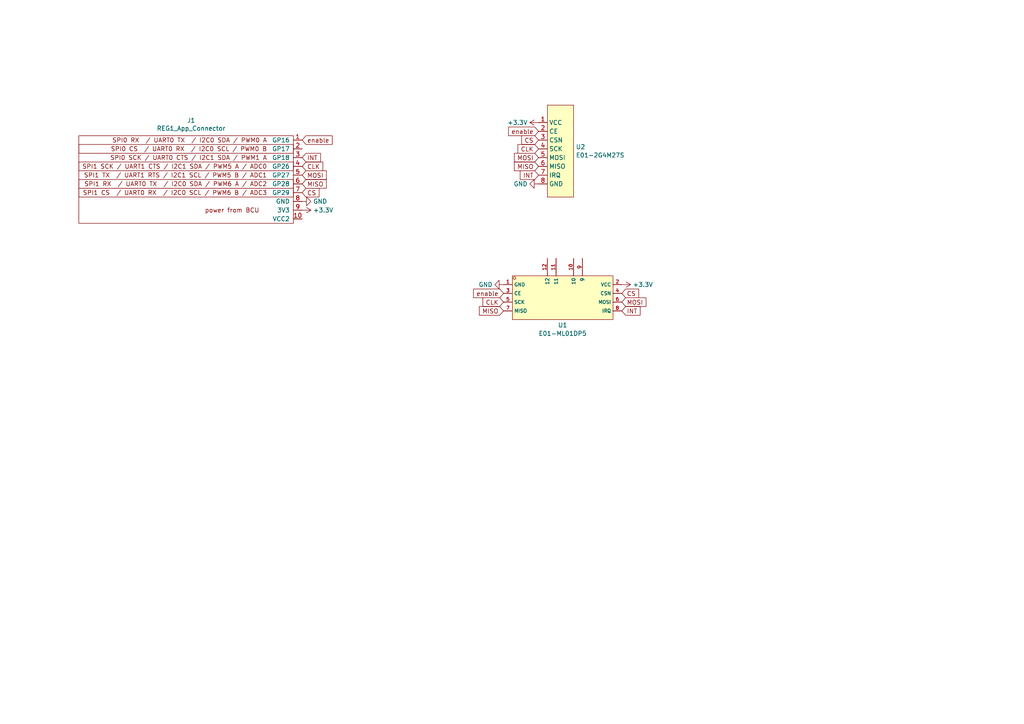
<source format=kicad_sch>
(kicad_sch (version 20230121) (generator eeschema)
  (paper "A4")
  (title_block (title "REG1-App-GW-RF2G4") (date "2024-07-25") (rev "V00.01") (company "OpenKNX") (comment 1 "by Ing-Dom <dom@ing-dom.de>") (comment 2 "OpenKNX Open Hardware under CC BY-NC-SA 4.0") (comment 3 "REG1-Application PCB for a 2.4GHz RF module featuring NRF24L01+ chipset") (comment 4 "https://OpenKNX.de"))
  (lib_symbols
    (symbol "EasyEDALib:E01-ML01DP5"
      (property "Reference" "U" (at 0 1.27 0))
      (property "Value" "E01-ML01DP5" (at 0 -2.54 0))
      (symbol "E01-ML01DP5_0_1"
        (rectangle (start -15.24 3.81) (end 13.97 -8.89) (fill (type background)))
        (circle (center -14.605 3.175) (radius 0.381) (fill (type background)))
        (pin unspecified line (at -17.78 1.27 0) (length 2.54) (name "GND") (number "1"))
        (pin unspecified line (at 2.54 8.89 270) (length 5.08) (name "10") (number "10"))
        (pin unspecified line (at -2.54 8.89 270) (length 5.08) (name "11") (number "11"))
        (pin unspecified line (at -5.08 8.89 270) (length 5.08) (name "12") (number "12"))
        (pin unspecified line (at 16.51 1.27 180) (length 2.54) (name "VCC") (number "2"))
        (pin unspecified line (at -17.78 -1.27 0) (length 2.54) (name "CE") (number "3"))
        (pin unspecified line (at 16.51 -1.27 180) (length 2.54) (name "CSN") (number "4"))
        (pin unspecified line (at -17.78 -3.81 0) (length 2.54) (name "SCK") (number "5"))
        (pin unspecified line (at 16.51 -3.81 180) (length 2.54) (name "MOSI") (number "6"))
        (pin unspecified line (at -17.78 -6.35 0) (length 2.54) (name "MISO") (number "7"))
        (pin unspecified line (at 16.51 -6.35 180) (length 2.54) (name "IRQ") (number "8"))
        (pin unspecified line (at 5.08 8.89 270) (length 5.08) (name "9") (number "9"))
      )
    )
    (symbol "EasyEDAModLib:C2971732_E01-2G4M27S"
      (property "Reference" "U" (at 0 10.16 0))
      (property "Value" "C2971732_E01-2G4M27S" (at 0 -6.35 0))
      (symbol "C2971732_E01-2G4M27S_0_1"
        (rectangle (start -13.97 2.54) (end 12.7 -5.08) (fill (type background)))
      )
      (symbol "C2971732_E01-2G4M27S_1_1"
        (pin power_in line (at 7.62 5.08 270) (length 2.54) (name "VCC") (number "1"))
        (pin passive line (at -10.16 5.08 270) (length 2.54) hide (name "GND") (number "10"))
        (pin input line (at 5.08 5.08 270) (length 2.54) (name "CE") (number "2"))
        (pin input line (at 2.54 5.08 270) (length 2.54) (name "CSN") (number "3"))
        (pin input line (at 0 5.08 270) (length 2.54) (name "SCK") (number "4"))
        (pin input line (at -2.54 5.08 270) (length 2.54) (name "MOSI") (number "5"))
        (pin output line (at -5.08 5.08 270) (length 2.54) (name "MISO") (number "6"))
        (pin output line (at -7.62 5.08 270) (length 2.54) (name "IRQ") (number "7"))
        (pin power_in line (at -10.16 5.08 270) (length 2.54) (name "GND") (number "8"))
        (pin passive line (at -10.16 5.08 270) (length 2.54) hide (name "GND") (number "9"))
      )
    )
    (symbol "OpenKNX:REG1_App_Connector" (pin_names (offset 1.016))
      (property "Reference" "J" (at 10.16 13.97 0))
      (property "Value" "REG1_App_Connector" (at 1.27 -13.97 0))
      (symbol "REG1_App_Connector_0_0"
        (rectangle (start -49.53 -2.54) (end 12.7 0))
        (rectangle (start 12.7 -5.08) (end -49.53 -2.54))
        (rectangle (start 12.7 2.54) (end -49.53 5.08))
        (rectangle (start 12.7 10.16) (end -49.53 7.62))
        (rectangle (start 12.7 12.7) (end -49.53 -12.7))
        (text "power from BCU" (at -5.08 -8.89 0) (effects (font (size 1.27 1.27))))
        (text "SPI0 CS  / UART0 RX  / I2C0 SCL / PWM0 B" (at 5.08 8.89 0) (effects (font (size 1.27 1.27)) (justify right)))
        (text "SPI0 RX  / UART0 TX  / I2C0 SDA / PWM0 A" (at 5.08 11.43 0) (effects (font (size 1.27 1.27)) (justify right)))
        (text "SPI0 SCK / UART0 CTS / I2C1 SDA / PWM1 A" (at 5.08 6.35 0) (effects (font (size 1.27 1.27)) (justify right)))
        (text "SPI1 CS  / UART0 RX  / I2C0 SCL / PWM6 B / ADC3" (at 5.08 -3.81 0) (effects (font (size 1.27 1.27)) (justify right)))
        (text "SPI1 RX  / UART0 TX  / I2C0 SDA / PWM6 A / ADC2" (at 5.08 -1.27 0) (effects (font (size 1.27 1.27)) (justify right)))
        (text "SPI1 SCK / UART1 CTS / I2C1 SDA / PWM5 A / ADC0" (at 5.08 3.81 0) (effects (font (size 1.27 1.27)) (justify right)))
        (text "SPI1 TX  / UART1 RTS / I2C1 SCL / PWM5 B / ADC1" (at 5.08 1.27 0) (effects (font (size 1.27 1.27)) (justify right)))
      )
      (symbol "REG1_App_Connector_1_1"
        (pin bidirectional line (at 15.24 11.43 180) (length 2.54) (name "GP16") (number "1"))
        (pin power_out line (at 15.24 -11.43 180) (length 2.54) (name "VCC2") (number "10"))
        (pin bidirectional line (at 15.24 8.89 180) (length 2.54) (name "GP17") (number "2"))
        (pin bidirectional line (at 15.24 6.35 180) (length 2.54) (name "GP18") (number "3"))
        (pin bidirectional line (at 15.24 3.81 180) (length 2.54) (name "GP26") (number "4"))
        (pin bidirectional line (at 15.24 1.27 180) (length 2.54) (name "GP27") (number "5"))
        (pin bidirectional line (at 15.24 -1.27 180) (length 2.54) (name "GP28") (number "6"))
        (pin bidirectional line (at 15.24 -3.81 180) (length 2.54) (name "GP29") (number "7"))
        (pin power_out line (at 15.24 -6.35 180) (length 2.54) (name "GND") (number "8"))
        (pin power_out line (at 15.24 -8.89 180) (length 2.54) (name "3V3") (number "9"))
      )
    )
    (symbol "power:+3.3V" (power) (pin_names (offset 0))
      (property "Value" "+3.3V" (at 0 3.556 0))
      (symbol "+3.3V_0_1"
        (polyline (pts (xy -0.762 1.27) (xy 0 2.54)))
        (polyline (pts (xy 0 0) (xy 0 2.54)))
        (polyline (pts (xy 0 2.54) (xy 0.762 1.27)))
      )
      (symbol "+3.3V_1_1"
        (pin power_in line (at 0 0 90) (length 0) hide (name "+3.3V") (number "1"))
      )
    )
    (symbol "power:GND" (power) (pin_names (offset 0))
      (property "Value" "GND" (at 0 -3.81 0))
      (symbol "GND_0_1"
        (polyline (pts (xy 0 0) (xy 0 -1.27) (xy 1.27 -1.27) (xy 0 -2.54) (xy -1.27 -1.27) (xy 0 -1.27)))
      )
      (symbol "GND_1_1"
        (pin power_in line (at 0 0 270) (length 0) hide (name "GND") (number "1"))
      )
    )
  )
  (global_label "MOSI" (shape input) (at 156.21 45.72 180) (property "Intersheetrefs" "${INTERSHEET_REFS}" (effects hide)))
  (global_label "CLK" (shape input) (at 87.63 48.26 0) (property "Intersheetrefs" "${INTERSHEET_REFS}" (effects hide)))
  (global_label "INT" (shape input) (at 87.63 45.72 0) (property "Intersheetrefs" "${INTERSHEET_REFS}" (effects hide)))
  (global_label "INT" (shape input) (at 156.21 50.8 180) (property "Intersheetrefs" "${INTERSHEET_REFS}" (effects hide)))
  (global_label "CS" (shape input) (at 180.34 85.09 0) (property "Intersheetrefs" "${INTERSHEET_REFS}" (effects hide)))
  (global_label "enable" (shape input) (at 87.63 40.64 0) (property "Intersheetrefs" "${INTERSHEET_REFS}" (effects hide)))
  (global_label "MISO" (shape input) (at 87.63 53.34 0) (property "Intersheetrefs" "${INTERSHEET_REFS}" (effects hide)))
  (global_label "CS" (shape input) (at 156.21 40.64 180) (property "Intersheetrefs" "${INTERSHEET_REFS}" (effects hide)))
  (global_label "MISO" (shape input) (at 156.21 48.26 180) (property "Intersheetrefs" "${INTERSHEET_REFS}" (effects hide)))
  (global_label "CLK" (shape input) (at 146.05 87.63 180) (property "Intersheetrefs" "${INTERSHEET_REFS}" (effects hide)))
  (global_label "INT" (shape input) (at 180.34 90.17 0) (property "Intersheetrefs" "${INTERSHEET_REFS}" (effects hide)))
  (global_label "CLK" (shape input) (at 156.21 43.18 180) (property "Intersheetrefs" "${INTERSHEET_REFS}" (effects hide)))
  (global_label "MOSI" (shape input) (at 180.34 87.63 0) (property "Intersheetrefs" "${INTERSHEET_REFS}" (effects hide)))
  (global_label "enable" (shape input) (at 156.21 38.1 180) (property "Intersheetrefs" "${INTERSHEET_REFS}" (effects hide)))
  (global_label "CS" (shape input) (at 87.63 55.88 0) (property "Intersheetrefs" "${INTERSHEET_REFS}" (effects hide)))
  (global_label "MOSI" (shape input) (at 87.63 50.8 0) (property "Intersheetrefs" "${INTERSHEET_REFS}" (effects hide)))
  (global_label "enable" (shape input) (at 146.05 85.09 180) (property "Intersheetrefs" "${INTERSHEET_REFS}" (effects hide)))
  (global_label "MISO" (shape input) (at 146.05 90.17 180) (property "Intersheetrefs" "${INTERSHEET_REFS}" (effects hide)))
  (symbol (lib_id "OpenKNX:REG1_App_Connector") (at 72.39 52.07 0) (unit 1)
    (property "Reference" "J1" (at 55.4482 34.925 0))
    (property "Value" "REG1_App_Connector" (at 55.4482 37.2364 0))
    (property "Footprint" "Connector_PinHeader_2.54mm:PinHeader_1x10_P2.54mm_Horizontal" (effects hide))
  )
  (symbol (lib_id "power:GND") (at 87.63 58.42 90) (unit 1)
    (property "Reference" "#PWR01" (effects hide))
    (property "Value" "GND" (at 90.805 58.42 90) (effects (justify right)))
  )
  (symbol (lib_id "power:+3.3V") (at 180.34 82.55 270) (unit 1)
    (property "Reference" "#PWR05" (effects hide))
    (property "Value" "+3.3V" (at 183.515 82.55 90) (effects (justify left)))
  )
  (symbol (lib_id "EasyEDAModLib:C2971732_E01-2G4M27S") (at 161.29 43.18 90) (unit 1)
    (property "Reference" "U2" (at 167.005 42.6029 90) (effects (justify right)))
    (property "Value" "E01-2G4M27S" (at 167.005 45.0271 90) (effects (justify right)))
    (property "Footprint" "EasyEDAModLib:C2971732_WIRELM-SMD_10P-L23.0-W14.0-P1.27_E01-2G4M27S_Handsolder" (effects hide))
    (property "LCSC Part" "C2971732" (effects hide))
  )
  (symbol (lib_id "power:+3.3V") (at 87.63 60.96 270) (unit 1)
    (property "Reference" "#PWR04" (effects hide))
    (property "Value" "+3.3V" (at 90.805 60.96 90) (effects (justify left)))
  )
  (symbol (lib_id "EasyEDALib:E01-ML01DP5") (at 163.83 83.82 0) (unit 1)
    (property "Reference" "U1" (at 163.195 94.3031 0))
    (property "Value" "E01-ML01DP5" (at 163.195 96.7273 0))
    (property "Footprint" "EasyEDALib:WIRELM-TH_E01-ML01DP5" (effects hide))
    (property "Datasheet" "https://item.szlcsc.com/98546.html" (effects hide))
    (property "LCSC" "C97339" (effects hide))
  )
  (symbol (lib_id "power:GND") (at 156.21 53.34 270) (unit 1)
    (property "Reference" "#PWR02" (effects hide))
    (property "Value" "GND" (at 153.0351 53.34 90) (effects (justify right)))
  )
  (symbol (lib_id "power:GND") (at 146.05 82.55 270) (unit 1)
    (property "Reference" "#PWR03" (effects hide))
    (property "Value" "GND" (at 142.8751 82.55 90) (effects (justify right)))
  )
  (symbol (lib_id "power:+3.3V") (at 156.21 35.56 90) (unit 1)
    (property "Reference" "#PWR06" (effects hide))
    (property "Value" "+3.3V" (at 153.035 35.56 90) (effects (justify left)))
  )
)
</source>
